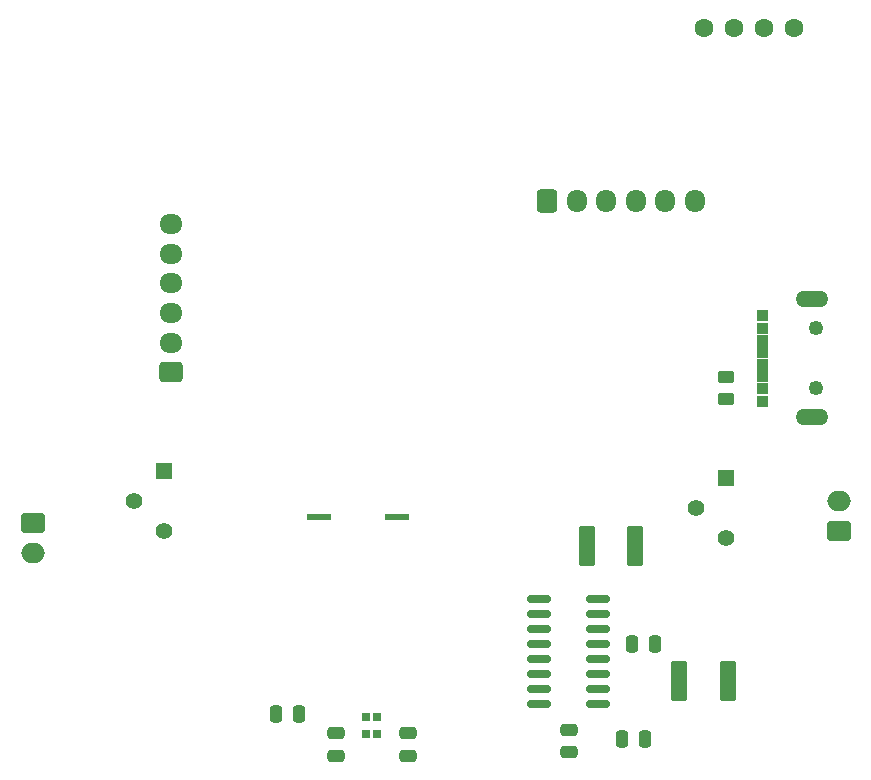
<source format=gbr>
%TF.GenerationSoftware,KiCad,Pcbnew,8.0.3*%
%TF.CreationDate,2024-10-26T03:20:48-07:00*%
%TF.ProjectId,test,74657374-2e6b-4696-9361-645f70636258,rev?*%
%TF.SameCoordinates,Original*%
%TF.FileFunction,Soldermask,Bot*%
%TF.FilePolarity,Negative*%
%FSLAX46Y46*%
G04 Gerber Fmt 4.6, Leading zero omitted, Abs format (unit mm)*
G04 Created by KiCad (PCBNEW 8.0.3) date 2024-10-26 03:20:48*
%MOMM*%
%LPD*%
G01*
G04 APERTURE LIST*
G04 Aperture macros list*
%AMRoundRect*
0 Rectangle with rounded corners*
0 $1 Rounding radius*
0 $2 $3 $4 $5 $6 $7 $8 $9 X,Y pos of 4 corners*
0 Add a 4 corners polygon primitive as box body*
4,1,4,$2,$3,$4,$5,$6,$7,$8,$9,$2,$3,0*
0 Add four circle primitives for the rounded corners*
1,1,$1+$1,$2,$3*
1,1,$1+$1,$4,$5*
1,1,$1+$1,$6,$7*
1,1,$1+$1,$8,$9*
0 Add four rect primitives between the rounded corners*
20,1,$1+$1,$2,$3,$4,$5,0*
20,1,$1+$1,$4,$5,$6,$7,0*
20,1,$1+$1,$6,$7,$8,$9,0*
20,1,$1+$1,$8,$9,$2,$3,0*%
G04 Aperture macros list end*
%ADD10C,0.010000*%
%ADD11RoundRect,0.102000X-0.609000X0.609000X-0.609000X-0.609000X0.609000X-0.609000X0.609000X0.609000X0*%
%ADD12C,1.422000*%
%ADD13RoundRect,0.250000X0.250000X0.475000X-0.250000X0.475000X-0.250000X-0.475000X0.250000X-0.475000X0*%
%ADD14RoundRect,0.250000X0.475000X-0.250000X0.475000X0.250000X-0.475000X0.250000X-0.475000X-0.250000X0*%
%ADD15R,2.108200X0.558800*%
%ADD16R,0.640000X0.700000*%
%ADD17RoundRect,0.250000X-0.475000X0.250000X-0.475000X-0.250000X0.475000X-0.250000X0.475000X0.250000X0*%
%ADD18RoundRect,0.250000X0.750000X-0.600000X0.750000X0.600000X-0.750000X0.600000X-0.750000X-0.600000X0*%
%ADD19O,2.000000X1.700000*%
%ADD20RoundRect,0.250000X-0.750000X0.600000X-0.750000X-0.600000X0.750000X-0.600000X0.750000X0.600000X0*%
%ADD21RoundRect,0.150000X0.850000X0.150000X-0.850000X0.150000X-0.850000X-0.150000X0.850000X-0.150000X0*%
%ADD22C,1.600200*%
%ADD23RoundRect,0.249999X-0.450001X-1.450001X0.450001X-1.450001X0.450001X1.450001X-0.450001X1.450001X0*%
%ADD24RoundRect,0.250000X-0.450000X0.262500X-0.450000X-0.262500X0.450000X-0.262500X0.450000X0.262500X0*%
%ADD25RoundRect,0.250000X-0.250000X-0.475000X0.250000X-0.475000X0.250000X0.475000X-0.250000X0.475000X0*%
%ADD26RoundRect,0.250000X0.725000X-0.600000X0.725000X0.600000X-0.725000X0.600000X-0.725000X-0.600000X0*%
%ADD27O,1.950000X1.700000*%
%ADD28C,1.250000*%
%ADD29O,2.754000X1.354000*%
%ADD30RoundRect,0.250000X-0.600000X-0.725000X0.600000X-0.725000X0.600000X0.725000X-0.600000X0.725000X0*%
%ADD31O,1.700000X1.950000*%
G04 APERTURE END LIST*
D10*
%TO.C,J3*%
X196510000Y-95230000D02*
X195660000Y-95230000D01*
X195660000Y-94360000D01*
X196510000Y-94360000D01*
X196510000Y-95230000D01*
G36*
X196510000Y-95230000D02*
G01*
X195660000Y-95230000D01*
X195660000Y-94360000D01*
X196510000Y-94360000D01*
X196510000Y-95230000D01*
G37*
X196510000Y-96300000D02*
X195660000Y-96300000D01*
X195660000Y-95430000D01*
X196510000Y-95430000D01*
X196510000Y-96300000D01*
G36*
X196510000Y-96300000D02*
G01*
X195660000Y-96300000D01*
X195660000Y-95430000D01*
X196510000Y-95430000D01*
X196510000Y-96300000D01*
G37*
X196510000Y-96880000D02*
X195660000Y-96880000D01*
X195660000Y-96470000D01*
X196510000Y-96470000D01*
X196510000Y-96880000D01*
G36*
X196510000Y-96880000D02*
G01*
X195660000Y-96880000D01*
X195660000Y-96470000D01*
X196510000Y-96470000D01*
X196510000Y-96880000D01*
G37*
X196510000Y-97380000D02*
X195660000Y-97380000D01*
X195660000Y-96970000D01*
X196510000Y-96970000D01*
X196510000Y-97380000D01*
G36*
X196510000Y-97380000D02*
G01*
X195660000Y-97380000D01*
X195660000Y-96970000D01*
X196510000Y-96970000D01*
X196510000Y-97380000D01*
G37*
X196510000Y-97880000D02*
X195660000Y-97880000D01*
X195660000Y-97470000D01*
X196510000Y-97470000D01*
X196510000Y-97880000D01*
G36*
X196510000Y-97880000D02*
G01*
X195660000Y-97880000D01*
X195660000Y-97470000D01*
X196510000Y-97470000D01*
X196510000Y-97880000D01*
G37*
X196510000Y-98380000D02*
X195660000Y-98380000D01*
X195660000Y-97970000D01*
X196510000Y-97970000D01*
X196510000Y-98380000D01*
G36*
X196510000Y-98380000D02*
G01*
X195660000Y-98380000D01*
X195660000Y-97970000D01*
X196510000Y-97970000D01*
X196510000Y-98380000D01*
G37*
X196510000Y-98880000D02*
X195660000Y-98880000D01*
X195660000Y-98470000D01*
X196510000Y-98470000D01*
X196510000Y-98880000D01*
G36*
X196510000Y-98880000D02*
G01*
X195660000Y-98880000D01*
X195660000Y-98470000D01*
X196510000Y-98470000D01*
X196510000Y-98880000D01*
G37*
X196510000Y-99380000D02*
X195660000Y-99380000D01*
X195660000Y-98970000D01*
X196510000Y-98970000D01*
X196510000Y-99380000D01*
G36*
X196510000Y-99380000D02*
G01*
X195660000Y-99380000D01*
X195660000Y-98970000D01*
X196510000Y-98970000D01*
X196510000Y-99380000D01*
G37*
X196510000Y-99880000D02*
X195660000Y-99880000D01*
X195660000Y-99470000D01*
X196510000Y-99470000D01*
X196510000Y-99880000D01*
G36*
X196510000Y-99880000D02*
G01*
X195660000Y-99880000D01*
X195660000Y-99470000D01*
X196510000Y-99470000D01*
X196510000Y-99880000D01*
G37*
X196510000Y-100380000D02*
X195660000Y-100380000D01*
X195660000Y-99970000D01*
X196510000Y-99970000D01*
X196510000Y-100380000D01*
G36*
X196510000Y-100380000D02*
G01*
X195660000Y-100380000D01*
X195660000Y-99970000D01*
X196510000Y-99970000D01*
X196510000Y-100380000D01*
G37*
X196510000Y-101420000D02*
X195660000Y-101420000D01*
X195660000Y-100550000D01*
X196510000Y-100550000D01*
X196510000Y-101420000D01*
G36*
X196510000Y-101420000D02*
G01*
X195660000Y-101420000D01*
X195660000Y-100550000D01*
X196510000Y-100550000D01*
X196510000Y-101420000D01*
G37*
X196510000Y-102490000D02*
X195660000Y-102490000D01*
X195660000Y-101620000D01*
X196510000Y-101620000D01*
X196510000Y-102490000D01*
G36*
X196510000Y-102490000D02*
G01*
X195660000Y-102490000D01*
X195660000Y-101620000D01*
X196510000Y-101620000D01*
X196510000Y-102490000D01*
G37*
%TD*%
D11*
%TO.C,RV2*%
X145415000Y-107950000D03*
D12*
X142875000Y-110490000D03*
X145415000Y-113030000D03*
%TD*%
D11*
%TO.C,RV1*%
X193040000Y-108585000D03*
D12*
X190500000Y-111125000D03*
X193040000Y-113665000D03*
%TD*%
D13*
%TO.C,C16*%
X187005000Y-122597499D03*
X185105000Y-122597499D03*
%TD*%
D14*
%TO.C,C36*%
X159982500Y-132080000D03*
X159982500Y-130180000D03*
%TD*%
D15*
%TO.C,SW4*%
X158558000Y-111884000D03*
X165159400Y-111884000D03*
%TD*%
D16*
%TO.C,RN1*%
X163500500Y-130240000D03*
X162560500Y-130240000D03*
X162560500Y-128840000D03*
X163500500Y-128840000D03*
%TD*%
D17*
%TO.C,C37*%
X166078500Y-130180000D03*
X166078500Y-132080000D03*
%TD*%
D13*
%TO.C,C20*%
X186167500Y-130650000D03*
X184267500Y-130650000D03*
%TD*%
D18*
%TO.C,J1*%
X202565000Y-113030000D03*
D19*
X202565000Y-110530000D03*
%TD*%
D14*
%TO.C,C15*%
X179705000Y-131802499D03*
X179705000Y-129902499D03*
%TD*%
D20*
%TO.C,J2*%
X134320000Y-112415000D03*
D19*
X134320000Y-114915000D03*
%TD*%
D21*
%TO.C,U2*%
X182205000Y-118787499D03*
X182205000Y-120057499D03*
X182205000Y-121327499D03*
X182205000Y-122597499D03*
X182205000Y-123867499D03*
X182205000Y-125137499D03*
X182205000Y-126407499D03*
X182205000Y-127677499D03*
X177205000Y-127677499D03*
X177205000Y-126407499D03*
X177205000Y-125137499D03*
X177205000Y-123867499D03*
X177205000Y-122597499D03*
X177205000Y-121327499D03*
X177205000Y-120057499D03*
X177205000Y-118787499D03*
%TD*%
D22*
%TO.C,J6*%
X198755000Y-70485000D03*
X196215000Y-70485000D03*
X193675000Y-70485000D03*
X191135000Y-70485000D03*
%TD*%
D23*
%TO.C,C14*%
X189085000Y-125730000D03*
X193185000Y-125730000D03*
%TD*%
D24*
%TO.C,R15*%
X193040000Y-100052500D03*
X193040000Y-101877500D03*
%TD*%
D25*
%TO.C,C35*%
X154968500Y-128524000D03*
X156868500Y-128524000D03*
%TD*%
D26*
%TO.C,J4*%
X146050000Y-99615000D03*
D27*
X146050000Y-97115000D03*
X146050000Y-94615000D03*
X146050000Y-92115000D03*
X146050000Y-89615000D03*
X146050000Y-87115000D03*
%TD*%
D23*
%TO.C,C17*%
X181262500Y-114300000D03*
X185362500Y-114300000D03*
%TD*%
D28*
%TO.C,J3*%
X200660000Y-95925000D03*
X200660000Y-100925000D03*
D29*
X200280000Y-93455000D03*
X200280000Y-103395000D03*
%TD*%
D30*
%TO.C,J5*%
X177880000Y-85090000D03*
D31*
X180380000Y-85090000D03*
X182880000Y-85090000D03*
X185380000Y-85090000D03*
X187880000Y-85090000D03*
X190380000Y-85090000D03*
%TD*%
M02*

</source>
